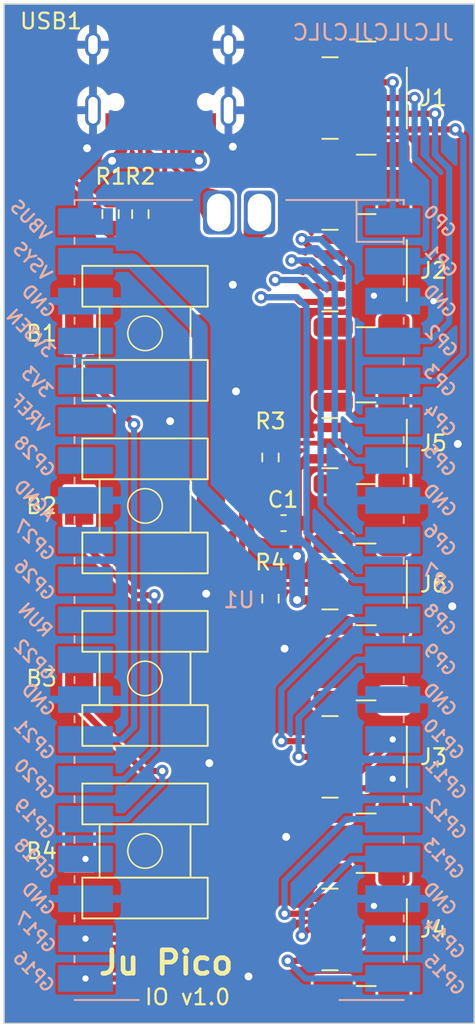
<source format=kicad_pcb>
(kicad_pcb (version 20240108) (generator "pcbnew") (generator_version "8.0")
  (title_block (title "Teeny Controller for IIDX"))
  (layers (0 "F.Cu" signal) (31 "B.Cu" signal) (34 "B.Paste" user) (35 "F.Paste" user) (36 "B.SilkS" user "B.Silkscreen") (37 "F.SilkS" user "F.Silkscreen") (38 "B.Mask" user) (39 "F.Mask" user) (44 "Edge.Cuts" user))
  (net 0 "")
  (net 1 "GND")
  (net 2 "+5V")
  (net 3 "Net-(J1-Pin_1)")
  (net 4 "Net-(J1-Pin_3)")
  (net 5 "Net-(USB1-CC1)")
  (net 6 "Net-(USB1-CC2)")
  (net 7 "Net-(J1-Pin_4)")
  (net 8 "Net-(J1-Pin_2)")
  (net 9 "Net-(J2-Pin_2)")
  (net 10 "Net-(J2-Pin_1)")
  (net 11 "Net-(J2-Pin_3)")
  (net 12 "Net-(J2-Pin_4)")
  (net 13 "Net-(J3-Pin_2)")
  (net 14 "Net-(J3-Pin_4)")
  (net 15 "Net-(J3-Pin_3)")
  (net 16 "Net-(J3-Pin_1)")
  (net 17 "Net-(J4-Pin_2)")
  (net 18 "Net-(J4-Pin_3)")
  (net 19 "Net-(J4-Pin_1)")
  (net 20 "Net-(J4-Pin_4)")
  (net 21 "Net-(J6-Pin_2)")
  (net 31 "Net-(B1-A)")
  (net 32 "VBUS")
  (net 33 "Net-(B2-A)")
  (net 34 "Net-(B3-A)")
  (net 35 "Net-(B4-A)")
  (net 36 "Net-(J5-Pin_2)")
  (net 37 "Net-(U1-GPIO17)")
  (net 38 "Net-(U1-GPIO16)")
  (net 40 "Net-(U1-USB1)")
  (net 41 "Net-(U1-USB2)")
  (footprint "Capacitor_SMD:C_0603_1608Metric_Pad1.08x0.95mm_HandSolder" (layer "F.Cu") (at 142.9075 100.78 180)
    (property "Reference" "C1" (at 0.0375 1.5 360) (layer "F.SilkS"))
    (property "Value" "0.1uF")
    (fp_line (start -0.146267 0.51) (end 0.146267 0.51) (stroke (width 0.12)) (layer "F.SilkS"))
    (fp_line (start -0.146267 -0.51) (end 0.146267 -0.51) (stroke (width 0.12)) (layer "F.SilkS"))
    (pad "1" smd roundrect (at -0.8625 0 180) (size 1.075 0.95) (layers "F.Cu" "F.Paste" "F.Mask") (net 2 "+5V"))
    (pad "2" smd roundrect (at 0.8625 0 180) (size 1.075 0.95) (layers "F.Cu" "F.Paste" "F.Mask") (net 1 "GND"))
  )
  (footprint "ju_io:SH1.0_3P" (layer "F.Cu") (at 148.07 95.68 90)
    (property "Reference" "J5" (at 0 4.4 180) (layer "F.SilkS"))
    (property "Value" "Conn_01x03")
    (fp_line (start 1.6 -1.705) (end 1.6 -2.695) (stroke (width 0.12)) (layer "F.SilkS"))
    (fp_line (start -1.6 -1.705) (end -1.6 -2.695) (stroke (width 0.12)) (layer "F.SilkS"))
    (fp_line (start 2.6 0.7075) (end 2.6 -0.5075) (stroke (width 0.12)) (layer "F.SilkS"))
    (fp_line (start -2.61 0.715) (end -2.61 -0.5) (stroke (width 0.12)) (layer "F.SilkS"))
    (fp_line (start -1.5 2.7) (end 1.5 2.7) (stroke (width 0.12)) (layer "F.SilkS"))
    (pad "1" smd roundrect (at -1 -2 90) (size 0.6 1.55) (layers "F.Cu" "F.Paste" "F.Mask") (net 2 "+5V"))
    (pad "2" smd roundrect (at 0 -2 90) (size 0.6 1.55) (layers "F.Cu" "F.Paste" "F.Mask") (net 36 "Net-(J5-Pin_2)"))
    (pad "3" smd roundrect (at 1 -2 90) (size 0.6 1.55) (layers "F.Cu" "F.Paste" "F.Mask") (net 1 "GND"))
    (pad "MP" smd roundrect (at -2.61 -2 90) (size 1.2 2.5) (layers "F.Cu" "F.Paste" "F.Mask"))
    (pad "MP" smd roundrect (at -2.6 1.875 90) (size 1.6 2) (layers "F.Cu" "F.Paste" "F.Mask") (roundrect_rratio 0.208333))
    (pad "MP" smd roundrect (at 2.6 1.875 90) (size 1.6 2) (layers "F.Cu" "F.Paste" "F.Mask") (roundrect_rratio 0.208333))
    (pad "MP" smd roundrect (at 2.61 -2 90) (size 1.2 2.5) (layers "F.Cu" "F.Paste" "F.Mask"))
  )
  (footprint "Resistor_SMD:R_0603_1608Metric_Pad0.98x0.95mm_HandSolder" (layer "F.Cu") (at 131.87 81.08 -90)
    (property "Reference" "R1" (at -2.4 0 180) (layer "F.SilkS"))
    (property "Value" "5K1")
    (fp_line (start -0.254724 0.5225) (end 0.254724 0.5225) (stroke (width 0.12)) (layer "F.SilkS"))
    (fp_line (start -0.254724 -0.5225) (end 0.254724 -0.5225) (stroke (width 0.12)) (layer "F.SilkS"))
    (pad "1" smd roundrect (at -0.9125 0 270) (size 0.975 0.95) (layers "F.Cu" "F.Paste" "F.Mask") (net 5 "Net-(USB1-CC1)"))
    (pad "2" smd roundrect (at 0.9125 0 270) (size 0.975 0.95) (layers "F.Cu" "F.Paste" "F.Mask") (net 1 "GND"))
  )
  (footprint "Resistor_SMD:R_0603_1608Metric_Pad0.98x0.95mm_HandSolder" (layer "F.Cu") (at 133.77 81.08 -90)
    (property "Reference" "R2" (at -2.4 0 180) (layer "F.SilkS"))
    (property "Value" "5K1")
    (fp_line (start -0.254724 0.5225) (end 0.254724 0.5225) (stroke (width 0.12)) (layer "F.SilkS"))
    (fp_line (start -0.254724 -0.5225) (end 0.254724 -0.5225) (stroke (width 0.12)) (layer "F.SilkS"))
    (pad "1" smd roundrect (at -0.9125 0 270) (size 0.975 0.95) (layers "F.Cu" "F.Paste" "F.Mask") (net 6 "Net-(USB1-CC2)"))
    (pad "2" smd roundrect (at 0.9125 0 270) (size 0.975 0.95) (layers "F.Cu" "F.Paste" "F.Mask") (net 1 "GND"))
  )
  (footprint "ju_io:SH1.0_3P" (layer "F.Cu") (at 148.07 104.68 90)
    (property "Reference" "J6" (at 0 4.4 180) (layer "F.SilkS"))
    (property "Value" "Conn_01x03")
    (fp_line (start 1.6 -1.705) (end 1.6 -2.695) (stroke (width 0.12)) (layer "F.SilkS"))
    (fp_line (start -1.6 -1.705) (end -1.6 -2.695) (stroke (width 0.12)) (layer "F.SilkS"))
    (fp_line (start 2.6 0.7075) (end 2.6 -0.5075) (stroke (width 0.12)) (layer "F.SilkS"))
    (fp_line (start -2.61 0.715) (end -2.61 -0.5) (stroke (width 0.12)) (layer "F.SilkS"))
    (fp_line (start -1.5 2.7) (end 1.5 2.7) (stroke (width 0.12)) (layer "F.SilkS"))
    (pad "1" smd roundrect (at -1 -2 90) (size 0.6 1.55) (layers "F.Cu" "F.Paste" "F.Mask") (net 2 "+5V"))
    (pad "2" smd roundrect (at 0 -2 90) (size 0.6 1.55) (layers "F.Cu" "F.Paste" "F.Mask") (net 21 "Net-(J6-Pin_2)"))
    (pad "3" smd roundrect (at 1 -2 90) (size 0.6 1.55) (layers "F.Cu" "F.Paste" "F.Mask") (net 1 "GND"))
    (pad "MP" smd roundrect (at -2.61 -2 90) (size 1.2 2.5) (layers "F.Cu" "F.Paste" "F.Mask"))
    (pad "MP" smd roundrect (at -2.6 1.875 90) (size 1.6 2) (layers "F.Cu" "F.Paste" "F.Mask") (roundrect_rratio 0.208333))
    (pad "MP" smd roundrect (at 2.6 1.875 90) (size 1.6 2) (layers "F.Cu" "F.Paste" "F.Mask") (roundrect_rratio 0.208333))
    (pad "MP" smd roundrect (at 2.61 -2 90) (size 1.2 2.5) (layers "F.Cu" "F.Paste" "F.Mask"))
  )
  (footprint "ju_io:SH1.0_5P" (layer "F.Cu") (at 148.07 115.68 90)
    (property "Reference" "J3" (at 0 4.4 180) (layer "F.SilkS"))
    (property "Value" "Conn_01x05")
    (fp_line (start 2.6 -1.705) (end 2.6 -2.695) (stroke (width 0.12)) (layer "F.SilkS"))
    (fp_line (start -2.6 -1.705) (end -2.6 -2.695) (stroke (width 0.12)) (layer "F.SilkS"))
    (fp_line (start 3.6 0.7075) (end 3.6 -0.5075) (stroke (width 0.12)) (layer "F.SilkS"))
    (fp_line (start -3.61 0.715) (end -3.61 -0.5) (stroke (width 0.12)) (layer "F.SilkS"))
    (fp_line (start -1.94 2.7) (end 1.94 2.7) (stroke (width 0.12)) (layer "F.SilkS"))
    (pad "1" smd roundrect (at -2 -2 90) (size 0.6 1.55) (layers "F.Cu" "F.Paste" "F.Mask") (net 16 "Net-(J3-Pin_1)"))
    (pad "2" smd roundrect (at -1 -2 90) (size 0.6 1.55) (layers "F.Cu" "F.Paste" "F.Mask") (net 13 "Net-(J3-Pin_2)"))
    (pad "3" smd roundrect (at 0 -2 90) (size 0.6 1.55) (layers "F.Cu" "F.Paste" "F.Mask") (net 15 "Net-(J3-Pin_3)"))
    (pad "4" smd roundrect (at 1 -2 90) (size 0.6 1.55) (layers "F.Cu" "F.Paste" "F.Mask") (net 14 "Net-(J3-Pin_4)"))
    (pad "5" smd roundrect (at 2 -2 90) (size 0.6 1.55) (layers "F.Cu" "F.Paste" "F.Mask") (net 1 "GND"))
    (pad "MP" smd roundrect (at -3.61 -2 90) (size 1.2 2.5) (layers "F.Cu" "F.Paste" "F.Mask"))
    (pad "MP" smd roundrect (at -3.6 1.875 90) (size 1.6 2) (layers "F.Cu" "F.Paste" "F.Mask") (roundrect_rratio 0.208333))
    (pad "MP" smd roundrect (at 3.6 1.875 90) (size 1.6 2) (layers "F.Cu" "F.Paste" "F.Mask") (roundrect_rratio 0.208333))
    (pad "MP" smd roundrect (at 3.61 -2 90) (size 1.2 2.5) (layers "F.Cu" "F.Paste" "F.Mask"))
  )
  (footprint "ju_io:SKSTAAE010" (layer "F.Cu") (at 134.07 110.68)
    (property "Reference" "B3" (at -6.6 0 0) (layer "F.SilkS"))
    (property "Value" "SW_SPST")
    (fp_rect (start -4 -4.3) (end 4 -1.7) (stroke (width 0.12)) (fill none) (layer "F.SilkS"))
    (fp_rect (start -4 1.7) (end 4 4.3) (stroke (width 0.12)) (fill none) (layer "F.SilkS"))
    (fp_rect (start -2.9 -1.7) (end 2.9 1.7) (stroke (width 0.12)) (fill none) (layer "F.SilkS"))
    (fp_circle (center 0 0) (end 1.1 0) (stroke (width 0.1)) (fill none) (layer "F.SilkS"))
    (pad "1" smd rect (at -4.2 0 180) (size 1.8 2.4) (layers "F.Cu" "F.Paste" "F.Mask") (net 34 "Net-(B3-A)"))
    (pad "2" smd rect (at 4.2 0 180) (size 1.8 2.4) (layers "F.Cu" "F.Paste" "F.Mask") (net 1 "GND"))
  )
  (footprint "ju_io:SKSTAAE010" (layer "F.Cu") (at 134.07 88.68)
    (property "Reference" "B1" (at -6.6 0 0) (layer "F.SilkS"))
    (property "Value" "SW_SPST")
    (fp_rect (start -4 -4.3) (end 4 -1.7) (stroke (width 0.12)) (fill none) (layer "F.SilkS"))
    (fp_rect (start -4 1.7) (end 4 4.3) (stroke (width 0.12)) (fill none) (layer "F.SilkS"))
    (fp_rect (start -2.9 -1.7) (end 2.9 1.7) (stroke (width 0.12)) (fill none) (layer "F.SilkS"))
    (fp_circle (center 0 0) (end 1.1 0) (stroke (width 0.1)) (fill none) (layer "F.SilkS"))
    (pad "1" smd rect (at -4.2 0 180) (size 1.8 2.4) (layers "F.Cu" "F.Paste" "F.Mask") (net 31 "Net-(B1-A)"))
    (pad "2" smd rect (at 4.2 0 180) (size 1.8 2.4) (layers "F.Cu" "F.Paste" "F.Mask") (net 1 "GND"))
  )
  (footprint "Resistor_SMD:R_0603_1608Metric_Pad0.98x0.95mm_HandSolder" (layer "F.Cu") (at 142.07 105.5925 90)
    (property "Reference" "R4" (at 2.3125 0 180) (layer "F.SilkS"))
    (property "Value" "10")
    (fp_line (start -0.254724 -0.5225) (end 0.254724 -0.5225) (stroke (width 0.12)) (layer "F.SilkS"))
    (fp_line (start -0.254724 0.5225) (end 0.254724 0.5225) (stroke (width 0.12)) (layer "F.SilkS"))
    (pad "1" smd roundrect (at -0.9125 0 90) (size 0.975 0.95) (layers "F.Cu" "F.Paste" "F.Mask") (net 38 "Net-(U1-GPIO16)"))
    (pad "2" smd roundrect (at 0.9125 0 90) (size 0.975 0.95) (layers "F.Cu" "F.Paste" "F.Mask") (net 21 "Net-(J6-Pin_2)"))
  )
  (footprint "ju_io:SH1.0_5P" (layer "F.Cu") (at 148.07 84.68 90)
    (property "Reference" "J2" (at 0 4.4 180) (layer "F.SilkS"))
    (property "Value" "Conn_01x05")
    (fp_line (start 2.6 -1.705) (end 2.6 -2.695) (stroke (width 0.12)) (layer "F.SilkS"))
    (fp_line (start -2.6 -1.705) (end -2.6 -2.695) (stroke (width 0.12)) (layer "F.SilkS"))
    (fp_line (start 3.6 0.7075) (end 3.6 -0.5075) (stroke (width 0.12)) (layer "F.SilkS"))
    (fp_line (start -3.61 0.715) (end -3.61 -0.5) (stroke (width 0.12)) (layer "F.SilkS"))
    (fp_line (start -1.94 2.7) (end 1.94 2.7) (stroke (width 0.12)) (layer "F.SilkS"))
    (pad "1" smd roundrect (at -2 -2 90) (size 0.6 1.55) (layers "F.Cu" "F.Paste" "F.Mask") (net 10 "Net-(J2-Pin_1)"))
    (pad "2" smd roundrect (at -1 -2 90) (size 0.6 1.55) (layers "F.Cu" "F.Paste" "F.Mask") (net 9 "Net-(J2-Pin_2)"))
    (pad "3" smd roundrect (at 0 -2 90) (size 0.6 1.55) (layers "F.Cu" "F.Paste" "F.Mask") (net 11 "Net-(J2-Pin_3)"))
    (pad "4" smd roundrect (at 1 -2 90) (size 0.6 1.55) (layers "F.Cu" "F.Paste" "F.Mask") (net 12 "Net-(J2-Pin_4)"))
    (pad "5" smd roundrect (at 2 -2 90) (size 0.6 1.55) (layers "F.Cu" "F.Paste" "F.Mask") (net 1 "GND"))
    (pad "MP" smd roundrect (at -3.61 -2 90) (size 1.2 2.5) (layers "F.Cu" "F.Paste" "F.Mask"))
    (pad "MP" smd roundrect (at -3.6 1.875 90) (size 1.6 2) (layers "F.Cu" "F.Paste" "F.Mask") (roundrect_rratio 0.208333))
    (pad "MP" smd roundrect (at 3.6 1.875 90) (size 1.6 2) (layers "F.Cu" "F.Paste" "F.Mask") (roundrect_rratio 0.208333))
    (pad "MP" smd roundrect (at 3.61 -2 90) (size 1.2 2.5) (layers "F.Cu" "F.Paste" "F.Mask"))
  )
  (footprint "ju_io:SH1.0_5P" (layer "F.Cu") (at 148.07 126.68 90)
    (property "Reference" "J4" (at 0 4.4 180) (layer "F.SilkS"))
    (property "Value" "Conn_01x05")
    (fp_line (start 2.6 -1.705) (end 2.6 -2.695) (stroke (width 0.12)) (layer "F.SilkS"))
    (fp_line (start -2.6 -1.705) (end -2.6 -2.695) (stroke (width 0.12)) (layer "F.SilkS"))
    (fp_line (start 3.6 0.7075) (end 3.6 -0.5075) (stroke (width 0.12)) (layer "F.SilkS"))
    (fp_line (start -3.61 0.715) (end -3.61 -0.5) (stroke (width 0.12)) (layer "F.SilkS"))
    (fp_line (start -1.94 2.7) (end 1.94 2.7) (stroke (width 0.12)) (layer "F.SilkS"))
    (pad "1" smd roundrect (at -2 -2 90) (size 0.6 1.55) (layers "F.Cu" "F.Paste" "F.Mask") (net 19 "Net-(J4-Pin_1)"))
    (pad "2" smd roundrect (at -1 -2 90) (size 0.6 1.55) (layers "F.Cu" "F.Paste" "F.Mask") (net 17 "Net-(J4-Pin_2)"))
    (pad "3" smd roundrect (at 0 -2 90) (size 0.6 1.55) (layers "F.Cu" "F.Paste" "F.Mask") (net 18 "Net-(J4-Pin_3)"))
    (pad "4" smd roundrect (at 1 -2 90) (size 0.6 1.55) (layers "F.Cu" "F.Paste" "F.Mask") (net 20 "Net-(J4-Pin_4)"))
    (pad "5" smd roundrect (at 2 -2 90) (size 0.6 1.55) (layers "F.Cu" "F.Paste" "F.Mask") (net 1 "GND"))
    (pad "MP" smd roundrect (at -3.61 -2 90) (size 1.2 2.5) (layers "F.Cu" "F.Paste" "F.Mask"))
    (pad "MP" smd roundrect (at -3.6 1.875 90) (size 1.6 2) (layers "F.Cu" "F.Paste" "F.Mask") (roundrect_rratio 0.208333))
    (pad "MP" smd roundrect (at 3.6 1.875 90) (size 1.6 2) (layers "F.Cu" "F.Paste" "F.Mask") (roundrect_rratio 0.208333))
    (pad "MP" smd roundrect (at 3.61 -2 90) (size 1.2 2.5) (layers "F.Cu" "F.Paste" "F.Mask"))
  )
  (footprint "ju_io:SKSTAAE010" (layer "F.Cu") (at 134.07 99.68)
    (property "Reference" "B2" (at -6.6 0 0) (layer "F.SilkS"))
    (property "Value" "SW_SPST")
    (fp_rect (start -4 -4.3) (end 4 -1.7) (stroke (width 0.12)) (fill none) (layer "F.SilkS"))
    (fp_rect (start -4 1.7) (end 4 4.3) (stroke (width 0.12)) (fill none) (layer "F.SilkS"))
    (fp_rect (start -2.9 -1.7) (end 2.9 1.7) (stroke (width 0.12)) (fill none) (layer "F.SilkS"))
    (fp_circle (center 0 0) (end 1.1 0) (stroke (width 0.1)) (fill none) (layer "F.SilkS"))
    (pad "1" smd rect (at -4.2 0 180) (size 1.8 2.4) (layers "F.Cu" "F.Paste" "F.Mask") (net 33 "Net-(B2-A)"))
    (pad "2" smd rect (at 4.2 0 180) (size 1.8 2.4) (layers "F.Cu" "F.Paste" "F.Mask") (net 1 "GND"))
  )
  (footprint "ju_io:SKSTAAE010" (layer "F.Cu") (at 134.07 121.68)
    (property "Reference" "B4" (at -6.6 0 0) (layer "F.SilkS"))
    (property "Value" "SW_SPST")
    (fp_rect (start -4 -4.3) (end 4 -1.7) (stroke (width 0.12)) (fill none) (layer "F.SilkS"))
    (fp_rect (start -4 1.7) (end 4 4.3) (stroke (width 0.12)) (fill none) (layer "F.SilkS"))
    (fp_rect (start -2.9 -1.7) (end 2.9 1.7) (stroke (width 0.12)) (fill none) (layer "F.SilkS"))
    (fp_circle (center 0 0) (end 1.1 0) (stroke (width 0.1)) (fill none) (layer "F.SilkS"))
    (pad "1" smd rect (at -4.2 0 180) (size 1.8 2.4) (layers "F.Cu" "F.Paste" "F.Mask") (net 35 "Net-(B4-A)"))
    (pad "2" smd rect (at 4.2 0 180) (size 1.8 2.4) (layers "F.Cu" "F.Paste" "F.Mask") (net 1 "GND"))
  )
  (footprint "Type-C:HRO-TYPE-C-31-M-12-Assembly" (layer "F.Cu") (at 135.07 67.68 180)
    (property "Reference" "USB1" (at 7 -1.1 360) (layer "F.SilkS"))
    (property "Value" "U262-161N-4BVC11" (hide yes))
    (pad "" np_thru_hole circle (at -2.89 -6.25 180) (size 0.65 0.65) (drill 0.65) (layers "*.Cu" "*.Mask"))
    (pad "" np_thru_hole circle (at 2.89 -6.25 180) (size 0.65 0.65) (drill 0.65) (layers "*.Cu" "*.Mask"))
    (pad "1" smd rect (at -3.225 -7.695 180) (size 0.6 1.45) (layers "F.Cu" "F.Paste" "F.Mask") (net 1 "GND"))
    (pad "2" smd rect (at -2.45 -7.695 180) (size 0.6 1.45) (layers "F.Cu" "F.Paste" "F.Mask") (net 32 "VBUS"))
    (pad "3" smd rect (at -1.75 -7.695 180) (size 0.3 1.45) (layers "F.Cu" "F.Paste" "F.Mask"))
    (pad "4" smd rect (at -1.25 -7.695 180) (size 0.3 1.45) (layers "F.Cu" "F.Paste" "F.Mask") (net 5 "Net-(USB1-CC1)"))
    (pad "5" smd rect (at -0.75 -7.695 180) (size 0.3 1.45) (layers "F.Cu" "F.Paste" "F.Mask") (net 40 "Net-(U1-USB1)"))
    (pad "6" smd rect (at -0.25 -7.695 180) (size 0.3 1.45) (layers "F.Cu" "F.Paste" "F.Mask") (net 41 "Net-(U1-USB2)"))
    (pad "7" smd rect (at 0.25 -7.695 180) (size 0.3 1.45) (layers "F.Cu" "F.Paste" "F.Mask") (net 40 "Net-(U1-USB1)"))
    (pad "8" smd rect (at 0.75 -7.695 180) (size 0.3 1.45) (layers "F.Cu" "F.Paste" "F.Mask") (net 41 "Net-(U1-USB2)"))
    (pad "9" smd rect (at 1.25 -7.695 180) (size 0.3 1.45) (layers "F.Cu" "F.Paste" "F.Mask"))
    (pad "10" smd rect (at 1.75 -7.695 180) (size 0.3 1.45) (layers "F.Cu" "F.Paste" "F.Mask") (net 6 "Net-(USB1-CC2)"))
    (pad "11" smd rect (at 2.45 -7.695 180) (size 0.6 1.45) (layers "F.Cu" "F.Paste" "F.Mask") (net 32 "VBUS"))
    (pad "12" smd rect (at 3.225 -7.695 180) (size 0.6 1.45) (layers "F.Cu" "F.Paste" "F.Mask") (net 1 "GND"))
    (pad "13" thru_hole oval (at -4.32 -6.78 180) (size 1 2.1) (drill oval 0.6 1.7) (layers "*.Cu" "*.Mask") (net 1 "GND"))
    (pad "13" thru_hole oval (at -4.32 -2.6 180) (size 1 1.6) (drill oval 0.6 1.2) (layers "*.Cu" "*.Mask") (net 1 "GND"))
    (pad "13" thru_hole oval (at 4.32 -6.78 180) (size 1 2.1) (drill oval 0.6 1.7) (layers "*.Cu" "*.Mask") (net 1 "GND"))
    (pad "13" thru_hole oval (at 4.32 -2.6 180) (size 1 1.6) (drill oval 0.6 1.2) (layers "*.Cu" "*.Mask") (net 1 "GND"))
  )
  (footprint "ju_io:SH1.0_5P" (layer "F.Cu") (at 148.07 73.68 90)
    (property "Reference" "J1" (at 0 4.4 180) (layer "F.SilkS"))
    (property "Value" "Conn_01x05")
    (fp_line (start 2.6 -1.705) (end 2.6 -2.695) (stroke (width 0.12)) (layer "F.SilkS"))
    (fp_line (start -2.6 -1.705) (end -2.6 -2.695) (stroke (width 0.12)) (layer "F.SilkS"))
    (fp_line (start 3.6 0.7075) (end 3.6 -0.5075) (stroke (width 0.12)) (layer "F.SilkS"))
    (fp_line (start -3.61 0.715) (end -3.61 -0.5) (stroke (width 0.12)) (layer "F.SilkS"))
    (fp_line (start -1.94 2.7) (end 1.94 2.7) (stroke (width 0.12)) (layer "F.SilkS"))
    (pad "1" smd roundrect (at -2 -2 90) (size 0.6 1.55) (layers "F.Cu" "F.Paste" "F.Mask") (net 3 "Net-(J1-Pin_1)"))
    (pad "2" smd roundrect (at -1 -2 90) (size 0.6 1.55) (layers "F.Cu" "F.Paste" "F.Mask") (net 8 "Net-(J1-Pin_2)"))
    (pad "3" smd roundrect (at 0 -2 90) (size 0.6 1.55) (layers "F.Cu" "F.Paste" "F.Mask") (net 4 "Net-(J1-Pin_3)"))
    (pad "4" smd roundrect (at 1 -2 90) (size 0.6 1.55) (layers "F.Cu" "F.Paste" "F.Mask") (net 7 "Net-(J1-Pin_4)"))
    (pad "5" smd roundrect (at 2 -2 90) (size 0.6 1.55) (layers "F.Cu" "F.Paste" "F.Mask") (net 1 "GND"))
    (pad "MP" smd roundrect (at -3.61 -2 90) (size 1.2 2.5) (layers "F.Cu" "F.Paste" "F.Mask"))
    (pad "MP" smd roundrect (at -3.6 1.875 90) (size 1.6 2) (layers "F.Cu" "F.Paste" "F.Mask") (roundrect_rratio 0.208333))
    (pad "MP" smd roundrect (at 3.6 1.875 90) (size 1.6 2) (layers "F.Cu" "F.Paste" "F.Mask") (roundrect_rratio 0.208333))
    (pad "MP" smd roundrect (at 3.61 -2 90) (size 1.2 2.5) (layers "F.Cu" "F.Paste" "F.Mask"))
  )
  (footprint "Resistor_SMD:R_0603_1608Metric_Pad0.98x0.95mm_HandSolder" (layer "F.Cu") (at 142.07 96.5925 90)
    (property "Reference" "R3" (at 2.3125 0 180) (layer "F.SilkS"))
    (property "Value" "10")
    (fp_line (start -0.254724 -0.5225) (end 0.254724 -0.5225) (stroke (width 0.12)) (layer "F.SilkS"))
    (fp_line (start -0.254724 0.5225) (end 0.254724 0.5225) (stroke (width 0.12)) (layer "F.SilkS"))
    (pad "1" smd roundrect (at -0.9125 0 90) (size 0.975 0.95) (layers "F.Cu" "F.Paste" "F.Mask") (net 37 "Net-(U1-GPIO17)"))
    (pad "2" smd roundrect (at 0.9125 0 90) (size 0.975 0.95) (layers "F.Cu" "F.Paste" "F.Mask") (net 36 "Net-(J5-Pin_2)"))
  )
  (footprint "ju_io:RPi_Pico_SMD_Pins_No_SWD" (layer "B.Cu") (at 140.07 105.68 180)
    (property "Reference" "U1" (at 0 0 0) (layer "B.SilkS") (effects (justify mirror)))
    (property "Value" "PiPico_No_SWD")
    (fp_line (start 10.5 25.2) (end 10.5 25.5) (stroke (width 0.12)) (layer "B.SilkS"))
    (fp_line (start 10.5 22.7) (end 10.5 23.1) (stroke (width 0.12)) (layer "B.SilkS"))
    (fp_line (start 10.5 20.1) (end 10.5 20.5) (stroke (width 0.12)) (layer "B.SilkS"))
    (fp_line (start 10.5 17.6) (end 10.5 18) (stroke (width 0.12)) (layer "B.SilkS"))
    (fp_line (start 10.5 15) (end 10.5 15.4) (stroke (width 0.12)) (layer "B.SilkS"))
    (fp_line (start 10.5 12.5) (end 10.5 12.9) (stroke (width 0.12)) (layer "B.SilkS"))
    (fp_line (start 10.5 10) (end 10.5 10.4) (stroke (width 0.12)) (layer "B.SilkS"))
    (fp_line (start 10.5 7.4) (end 10.5 7.8) (stroke (width 0.12)) (layer "B.SilkS"))
    (fp_line (start 10.5 4.9) (end 10.5 5.3) (stroke (width 0.12)) (layer "B.SilkS"))
    (fp_line (start 10.5 2.3) (end 10.5 2.7) (stroke (width 0.12)) (layer "B.SilkS"))
    (fp_line (start 10.5 -0.2) (end 10.5 0.2) (stroke (width 0.12)) (layer "B.SilkS"))
    (fp_line (start 10.5 -2.7) (end 10.5 -2.3) (stroke (width 0.12)) (layer "B.SilkS"))
    (fp_line (start 10.5 -5.3) (end 10.5 -4.9) (stroke (width 0.12)) (layer "B.SilkS"))
    (fp_line (start 10.5 -7.8) (end 10.5 -7.4) (stroke (width 0.12)) (layer "B.SilkS"))
    (fp_line (start 10.5 -10.4) (end 10.5 -10) (stroke (width 0.12)) (layer "B.SilkS"))
    (fp_line (start 10.5 -12.9) (end 10.5 -12.5) (stroke (width 0.12)) (layer "B.SilkS"))
    (fp_line (start 10.5 -15.5) (end 10.5 -15.1) (stroke (width 0.12)) (layer "B.SilkS"))
    (fp_line (start 10.5 -18) (end 10.5 -17.6) (stroke (width 0.12)) (layer "B.SilkS"))
    (fp_line (start 10.5 -20.5) (end 10.5 -20.1) (stroke (width 0.12)) (layer "B.SilkS"))
    (fp_line (start 10.5 -23.1) (end 10.5 -22.7) (stroke (width 0.12)) (layer "B.SilkS"))
    (fp_line (start 6.4 -25.5) (end 10.5 -25.5) (stroke (width 0.12)) (layer "B.SilkS"))
    (fp_line (start 3 25.5) (end 10.47 25.5) (stroke (width 0.12)) (layer "B.SilkS"))
    (fp_line (start -7.493 25.5) (end -7.493 22.833) (stroke (width 0.12)) (layer "B.SilkS"))
    (fp_line (start -7.493 22.833) (end -10.5 22.833) (stroke (width 0.12)) (layer "B.SilkS"))
    (fp_line (start -10.5 25.2) (end -10.5 25.5) (stroke (width 0.12)) (layer "B.SilkS"))
    (fp_line (start -10.5 22.7) (end -10.5 23.1) (stroke (width 0.12)) (layer "B.SilkS"))
    (fp_line (start -10.5 20.1) (end -10.5 20.5) (stroke (width 0.12)) (layer "B.SilkS"))
    (fp_line (start -10.5 17.6) (end -10.5 18) (stroke (width 0.12)) (layer "B.SilkS"))
    (fp_line (start -10.5 15) (end -10.5 15.4) (stroke (width 0.12)) (layer "B.SilkS"))
    (fp_line (start -10.5 12.5) (end -10.5 12.9) (stroke (width 0.12)) (layer "B.SilkS"))
    (fp_line (start -10.5 10) (end -10.5 10.4) (stroke (width 0.12)) (layer "B.SilkS"))
    (fp_line (start -10.5 7.4) (end -10.5 7.8) (stroke (width 0.12)) (layer "B.SilkS"))
    (fp_line (start -10.5 4.9) (end -10.5 5.3) (stroke (width 0.12)) (layer "B.SilkS"))
    (fp_line (start -10.5 2.3) (end -10.5 2.7) (stroke (width 0.12)) (layer "B.SilkS"))
    (fp_line (start -10.5 -0.2) (end -10.5 0.2) (stroke (width 0.12)) (layer "B.SilkS"))
    (fp_line (start -10.5 -2.7) (end -10.5 -2.3) (stroke (width 0.12)) (layer "B.SilkS"))
    (fp_line (start -10.5 -5.3) (end -10.5 -4.9) (stroke (width 0.12)) (layer "B.SilkS"))
    (fp_line (start -10.5 -7.8) (end -10.5 -7.4) (stroke (width 0.12)) (layer "B.SilkS"))
    (fp_line (start -10.5 -10.4) (end -10.5 -10) (stroke (width 0.12)) (layer "B.SilkS"))
    (fp_line (start -10.5 -12.9) (end -10.5 -12.5) (stroke (width 0.12)) (layer "B.SilkS"))
    (fp_line (start -10.5 -15.5) (end -10.5 -15.1) (stroke (width 0.12)) (layer "B.SilkS"))
    (fp_line (start -10.5 -18) (end -10.5 -17.6) (stroke (width 0.12)) (layer "B.SilkS"))
    (fp_line (start -10.5 -20.5) (end -10.5 -20.1) (stroke (width 0.12)) (layer "B.SilkS"))
    (fp_line (start -10.5 -23.1) (end -10.5 -22.7) (stroke (width 0.12)) (layer "B.SilkS"))
    (fp_line (start -10.5 -25.5) (end -6.4 -25.5) (stroke (width 0.12)) (layer "B.SilkS"))
    (fp_line (start -10.53 25.5) (end -3 25.5) (stroke (width 0.12)) (layer "B.SilkS"))
    (fp_text user "GP7" (at -12.7 1.3 135) (layer "B.SilkS") (effects (font (size 0.8 0.8)) (justify mirror)))
    (fp_text user "VBUS" (at 13.3 24.2 135) (layer "B.SilkS") (effects (font (size 0.8 0.8)) (justify mirror)))
    (fp_text user "GP1" (at -12.9 21.6 135) (layer "B.SilkS") (effects (font (size 0.8 0.8)) (justify mirror)))
    (fp_text user "GP9" (at -12.8 -3.81 135) (layer "B.SilkS") (effects (font (size 0.8 0.8)) (justify mirror)))
    (fp_text user "GP14" (at -13.1 -21.59 135) (layer "B.SilkS") (effects (font (size 0.8 0.8)) (justify mirror)))
    (fp_text user "GP3" (at -12.8 13.97 135) (layer "B.SilkS") (effects (font (size 0.8 0.8)) (justify mirror)))
    (fp_text user "GND" (at -12.8 6.35 135) (layer "B.SilkS") (effects (font (size 0.8 0.8)) (justify mirror)))
    (fp_text user "GP2" (at -12.9 16.51 135) (layer "B.SilkS") (effects (font (size 0.8 0.8)) (justify mirror)))
    (fp_text user "VREF" (at 13.37492 11.889279 135) (layer "B.SilkS") (effects (font (size 0.8 0.8)) (justify mirror)))
    (fp_text user "GP0" (at -12.8 24.13 135) (layer "B.SilkS") (effects (font (size 0.8 0.8)) (justify mirror)))
    (fp_text user "GND" (at 12.8 -19.05 135) (layer "B.SilkS") (effects (font (size 0.8 0.8)) (justify mirror)))
    (fp_text user "GP4" (at -12.8 11.43 135) (layer "B.SilkS") (effects (font (size 0.8 0.8)) (justify mirror)))
    (fp_text user "GND" (at 12.8 19.05 135) (layer "B.SilkS") (effects (font (size 0.8 0.8)) (justify mirror)))
    (fp_text user "GP16" (at 13.1 -23.7 135) (layer "B.SilkS") (effects (font (size 0.8 0.8)) (justify mirror)))
    (fp_text user "VSYS" (at 13.2 21.59 135) (layer "B.SilkS") (effects (font (size 0.8 0.8)) (justify mirror)))
    (fp_text user "GP21" (at 13.054 -8.9 135) (layer "B.SilkS") (effects (font (size 0.8 0.8)) (justify mirror)))
    (fp_text user "AGND" (at 13.054 6.35 135) (layer "B.SilkS") (effects (font (size 0.8 0.8)) (justify mirror)))
    (fp_text user "GP8" (at -12.8 -1.27 135) (layer "B.SilkS") (effects (font (size 0.8 0.8)) (justify mirror)))
    (fp_text user "GP28" (at 13.054 9.144 135) (layer "B.SilkS") (effects (font (size 0.8 0.8)) (justify mirror)))
    (fp_text user "GP27" (at 13.054 3.8 135) (layer "B.SilkS") (effects (font (size 0.8 0.8)) (justify mirror)))
    (fp_text user "GP26" (at 13.054 1.27 135) (layer "B.SilkS") (effects (font (size 0.8 0.8)) (justify mirror)))
    (fp_text user "GND" (at -12.8 -6.35 135) (layer "B.SilkS") (effects (font (size 0.8 0.8)) (justify mirror)))
    (fp_text user "GP6" (at -12.8 3.81 135) (layer "B.SilkS") (effects (font (size 0.8 0.8)) (justify mirror)))
    (fp_text user "GP15" (at -13.1 -23.9 135) (layer "B.SilkS") (effects (font (size 0.8 0.8)) (justify mirror)))
    (fp_text user "GP20" (at 13.054 -11.43 135) (layer "B.SilkS") (effects (font (size 0.8 0.8)) (justify mirror)))
    (fp_text user "GP17" (at 13 -21.2 135) (layer "B.SilkS") (effects (font (size 0.8 0.8)) (justify mirror)))
    (fp_text user "GP12" (at -13.2 -13.97 135) (layer "B.SilkS") (effects (font (size 0.8 0.8)) (justify mirror)))
    (fp_text user "GP11" (at -13.2 -11.43 135) (layer "B.SilkS") (effects (font (size 0.8 0.8)) (justify mirror)))
    (fp_text user "GP22" (at 13.054 -3.81 135) (layer "B.SilkS") (effects (font (size 0.8 0.8)) (justify mirror)))
    (fp_text user "GND" (at -12.8 -19.05 135) (layer "B.SilkS") (effects (font (size 0.8 0.8)) (justify mirror)))
    (fp_text user "GND" (at 12.8 -6.35 135) (layer "B.SilkS") (effects (font (size 0.8 0.8)) (justify mirror)))
    (fp_text user "3V3EN" (at 13.3 17 135) (layer "B.SilkS") (effects (font (size 0.8 0.8)) (justify mirror)))
    (fp_text user "GND" (at -12.8 19.05 135) (layer "B.SilkS") (effects (font (size 0.8 0.8)) (justify mirror)))
    (fp_text user "GP13" (at -13.054 -16.51 135) (layer "B.SilkS") (effects (font (size 0.8 0.8)) (justify mirror)))
    (fp_text user "GP5" (at -12.8 8.89 135) (layer "B.SilkS") (effects (font (size 0.8 0.8)) (justify mirror)))
    (fp_text user "GP10" (at -13.054 -8.89 135) (layer "B.SilkS") (effects (font (size 0.8 0.8)) (justify mirror)))
    (fp_text user "RUN" (at 13 -1.27 135) (layer "B.SilkS") (effects (font (size 0.8 0.8)) (justify mirror)))
    (fp_text user "GP18" (at 13.054 -16.51 135) (layer "B.SilkS") (effects (font (size 0.8 0.8)) (justify mirror)))
    (fp_text user "3V3" (at 12.9 13.9 135) (layer "B.SilkS") (effects (font (size 0.8 0.8)) (justify mirror)))
    (fp_text user "GP19" (at 13.054 -13.97 135) (layer "B.SilkS") (effects (font (size 0.8 0.8)) (justify mirror)))
    (pad "1" smd rect (at -9.8 24.13 180) (size 3.5 1.7) (layers "B.Cu" "B.Mask") (net 7 "Net-(J1-Pin_4)"))
    (pad "2" smd rect (at -9.8 21.59 180) (size 3.5 1.7) (layers "B.Cu" "B.Mask") (net 4 "Net-(J1-Pin_3)"))
    (pad "3" smd rect (at -9.8 19.05 180) (size 3.5 1.7) (layers "B.Cu" "B.Mask") (net 1 "GND"))
    (pad "4" smd rect (at -9.8 16.51 180) (size 3.5 1.7) (layers "B.Cu" "B.Mask") (net 8 "Net-(J1-Pin_2)"))
    (pad "5" smd rect (at -9.8 13.97 180) (size 3.5 1.7) (layers "B.Cu" "B.Mask") (net 3 "Net-(J1-Pin_1)"))
    (pad "6" smd rect (at -9.8 11.43 180) (size 3.5 1.7) (layers "B.Cu" "B.Mask") (net 12 "Net-(J2-Pin_4)"))
    (pad "7" smd rect (at -9.8 8.89 180) (size 3.5 1.7) (layers "B.Cu" "B.Mask") (net 11 "Net-(J2-Pin_3)"))
    (pad "8" smd rect (at -9.8 6.35 180) (size 3.5 1.7) (layers "B.Cu" "B.Mask") (net 1 "GND"))
    (pad "9" smd rect (at -9.8 3.81 180) (size 3.5 1.7) (layers "B.Cu" "B.Mask") (net 9 "Net-(J2-Pin_2)"))
    (pad "10" smd rect (at -9.8 1.27 180) (size 3.5 1.7) (layers "B.Cu" "B.Mask") (net 10 "Net-(J2-Pin_1)"))
    (pad "11" smd rect (at -9.8 -1.27 180) (size 3.5 1.7) (layers "B.Cu" "B.Mask") (net 14 "Net-(J3-Pin_4)"))
    (pad "12" smd rect (at -9.8 -3.81 180) (size 3.5 1.7) (layers "B.Cu" "B.Mask") (net 15 "Net-(J3-Pin_3)"))
    (pad "13" smd rect (at -9.8 -6.35 180) (size 3.5 1.7) (layers "B.Cu" "B.Mask") (net 1 "GND"))
    (pad "14" smd rect (at -9.8 -8.89 180) (size 3.5 1.7) (layers "B.Cu" "B.Mask") (net 13 "Net-(J3-Pin_2)"))
    (pad "15" smd rect (at -9.8 -11.43 180) (size 3.5 1.7) (layers "B.Cu" "B.Mask") (net 16 "Net-(J3-Pin_1)"))
    (pad "16" smd rect (at -9.8 -13.97 180) (size 3.5 1.7) (layers "B.Cu" "B.Mask") (net 20 "Net-(J4-Pin_4)"))
    (pad "17" smd rect (at -9.8 -16.51 180) (size 3.5 1.7) (layers "B.Cu" "B.Mask") (net 18 "Net-(J4-Pin_3)"))
    (pad "18" smd rect (at -9.8 -19.05 180) (size 3.5 1.7) (layers "B.Cu" "B.Mask") (net 1 "GND"))
    (pad "19" smd rect (at -9.8 -21.59 180) (size 3.5 1.7) (layers "B.Cu" "B.Mask") (net 17 "Net-(J4-Pin_2)"))
    (pad "20" smd rect (at -9.8 -24.13 180) (size 3.5 1.7) (layers "B.Cu" "B.Mask") (net 19 "Net-(J4-Pin_1)"))
    (pad "21" smd rect (at 9.8 -24.13 180) (size 3.5 1.7) (layers "B.Cu" "B.Mask") (net 38 "Net-(U1-GPIO16)"))
    (pad "22" smd rect (at 9.8 -21.59 180) (size 3.5 1.7) (layers "B.Cu" "B.Mask") (net 37 "Net-(U1-GPIO17)"))
    (pad "23" smd rect (at 9.8 -19.05 180) (size 3.5 1.7) (layers "B.Cu" "B.Mask") (net 1 "GND"))
    (pad "24" smd rect (at 9.8 -16.51 180) (size 3.5 1.7) (layers "B.Cu" "B.Mask") (net 35 "Net-(B4-A)"))
    (pad "25" smd rect (at 9.8 -13.97 180) (size 3.5 1.7) (layers "B.Cu" "B.Mask") (net 34 "Net-(B3-A)"))
    (pad "26" smd rect (at 9.8 -11.43 180) (size 3.5 1.7) (layers "B.Cu" "B.Mask") (net 33 "Net-(B2-A)"))
    (pad "27" smd rect (at 9.8 -8.89 180) (size 3.5 1.7) (layers "B.Cu" "B.Mask") (net 31 "Net-(B1-A)"))
    (pad "28" smd rect (at 9.8 -6.35 180) (size 3.5 1.7) (layers "B.Cu" "B.Mask") (net 1 "GND"))
    (pad "29" smd rect (at 9.8 -3.81 180) (size 3.5 1.7) (layers "B.Cu" "B.Mask"))
    (pad "30" smd rect (at 9.8 -1.27 180) (size 3.5 1.7) (layers "B.Cu" "B.Mask"))
    (pad "31" smd rect (at 9.8 1.27 180) (size 3.5 1.7) (layers "B.Cu" "B.Mask"))
    (pad "32" smd rect (at 9.8 3.81 180) (size 3.5 1.7) (layers "B.Cu" "B.Mask"))
    (pad "33" smd rect (at 9.8 6.35 180) (size 3.5 1.7) (layers "B.Cu" "B.Mask") (net 1 "GND"))
    (pad "34" smd rect (at 9.8 8.89 180) (size 3.5 1.7) (layers "B.Cu" "B.Mask"))
    (pad "35" smd rect (at 9.8 11.43 180) (size 3.5 1.7) (layers "B.Cu" "B.Mask"))
    (pad "36" smd rect (at 9.8 13.97 180) (size 3.5 1.7) (layers "B.Cu" "B.Mask"))
    (pad "37" smd rect (at 9.8 16.51 180) (size 3.5 1.7) (layers "B.Cu" "B.Mask"))
    (pad "38" smd rect (at 9.8 19.05 180) (size 3.5 1.7) (layers "B.Cu" "B.Mask") (net 1 "GND"))
    (pad "39" smd rect (at 9.8 21.59 180) (size 3.5 1.7) (layers "B.Cu" "B.Mask") (net 2 "+5V"))
    (pad "40" smd rect (at 9.8 24.13 180) (size 3.5 1.7) (layers "B.Cu" "B.Mask") (net 32 "VBUS"))
    (pad "TP2" thru_hole roundrect (at 1.3 24.7 180) (size 2 2.8) (drill oval 1.5 2.4) (layers "*.Cu" "*.Mask") (roundrect_rratio 0.2) (net 40 "Net-(U1-USB1)"))
    (pad "TP3" thru_hole roundrect (at -1.3 24.7 180) (size 2 2.8) (drill oval 1.5 2.4) (layers "*.Cu" "*.Mask") (roundrect_rratio 0.2) (net 41 "Net-(U1-USB2)"))
  )
  (gr_rect (start 125.07 67.68) (end 155.07 132.68) (stroke (width 0.1)) (fill none) (layer "Edge.Cuts"))
  (gr_text "JLCJLCJLCJLC" (at 153.87 70.08 0) (layer "B.SilkS") (effects (font (size 1 1)) (justify left bottom mirror)))
  (gr_text "IO v1.0" (at 133.97 131.58 0) (layer "F.SilkS") (effects (font (size 1 1)) (justify left bottom)))
  (gr_text "Ju Pico" (at 130.97 129.68 0) (layer "F.SilkS") (effects (font (size 1.5 1.5) (thickness 0.3) (bold yes)) (justify left bottom)))
  (segment (start 147.67 82.68) (end 146.07 82.68) (width 0.4) (layer "F.Cu") (net 1))
  (segment (start 152.32 104.73) (end 148.62 104.73) (width 0.6) (layer "F.Cu") (net 1))
  (segment (start 148.67 125.18) (end 148.17 124.68) (width 0.4) (layer "F.Cu") (net 1))
  (segment (start 148.62 104.73) (end 147.57 103.68) (width 0.6) (layer "F.Cu") (net 1))
  (segment (start 131.845 76.105) (end 131.845 75.375) (width 0.5) (layer "F.Cu") (net 1))
  (segment (start 147.57 103.68) (end 146.07 103.68) (width 0.6) (layer "F.Cu") (net 1))
  (segment (start 154.02 95.73) (end 148.62 95.73) (width 0.6) (layer "F.Cu") (net 1))
  (segment (start 138.295 76.205) (end 138.295 75.375) (width 0.5) (layer "F.Cu") (net 1))
  (segment (start 130.37 76.88) (end 131.07 76.88) (width 0.5) (layer "F.Cu") (net 1))
  (segment (start 153.67 106.08) (end 152.32 104.73) (width 0.6) (layer "F.Cu") (net 1))
  (segment (start 148.62 95.73) (end 147.57 94.68) (width 0.6) (layer "F.Cu") (net 1))
  (segment (start 139.67 76.78) (end 138.87 76.78) (width 0.5) (layer "F.Cu") (net 1))
  (segment (start 138.87 76.78) (end 138.295 76.205) (width 0.5) (layer "F.Cu") (net 1))
  (segment (start 147.57 94.68) (end 146.07 94.68) (width 0.6) (layer "F.Cu") (net 1))
  (segment (start 131.07 76.88) (end 131.845 76.105) (width 0.5) (layer "F.Cu") (net 1))
  (segment (start 148.17 124.68) (end 146.07 124.68) (width 0.4) (layer "F.Cu") (net 1))
  (segment (start 148.67 86.28) (end 148.67 83.68) (width 0.4) (layer "F.Cu") (net 1))
  (segment (start 148.67 83.68) (end 147.67 82.68) (width 0.4) (layer "F.Cu") (net 1))
  (via (at 154.02 95.73) (size 1) (drill 0.5) (layers "F.Cu" "B.Cu") (net 1))
  (via (at 153.67 106.08) (size 1) (drill 0.5) (layers "F.Cu" "B.Cu") (net 1))
  (via (at 139.87 92.38) (size 1) (drill 0.5) (layers "F.Cu" "B.Cu") (net 1))
  (via (at 138.17 116.08) (size 1) (drill 0.5) (layers "F.Cu" "B.Cu") (net 1))
  (via (at 143.07 120.78) (size 1) (drill 0.5) (layers "F.Cu" "B.Cu") (net 1))
  (via (at 140.67 129.68) (size 1) (drill 0.5) (layers "F.Cu" "B.Cu") (net 1))
  (via (at 142.97 108.78) (size 1) (drill 0.5) (layers "F.Cu" "B.Cu") (net 1))
  (via (at 148.67 125.18) (size 0.8) (drill 0.4) (layers "F.Cu" "B.Cu") (net 1))
  (via (at 139.67 85.58) (size 1) (drill 0.5) (layers "F.Cu" "B.Cu") (net 1))
  (via (at 139.67 76.78) (size 1) (drill 0.5) (layers "F.Cu" "B.Cu") (net 1))
  (via (at 152.47 86.63) (size 0.8) (drill 0.4) (layers "F.Cu" "B.Cu") (net 1))
  (via (at 137.97 105.28) (size 1) (drill 0.5) (layers "F.Cu" "B.Cu") (net 1))
  (via (at 148.67 86.28) (size 0.8) (drill 0.4) (layers "F.Cu" "B.Cu") (net 1))
  (via (at 130.37 76.88) (size 1) (drill 0.5) (layers "F.Cu" "B.Cu") (net 1))
  (via (at 135.67 94.28) (size 1) (drill 0.5) (layers "F.Cu" "B.Cu") (net 1))
  (segment (start 149.87 86.63) (end 152.47 86.63) (width 0.6) (layer "B.Cu") (net 1))
  (segment (start 143.77 97.28) (end 143.77 102.88) (width 0.6) (layer "F.Cu") (net 2))
  (segment (start 146.07 105.68) (end 143.77 105.68) (width 0.6) (layer "F.Cu") (net 2))
  (segment (start 146.07 96.68) (end 144.37 96.68) (width 0.6) (layer "F.Cu") (net 2))
  (segment (start 144.37 96.68) (end 143.77 97.28) (width 0.6) (layer "F.Cu") (net 2))
  (via (at 143.77 102.88) (size 1) (drill 0.5) (layers "F.Cu" "B.Cu") (net 2))
  (via (at 143.77 105.68) (size 1) (drill 0.5) (layers "F.Cu" "B.Cu") (net 2))
  (segment (start 133.28 84.09) (end 137.57 88.38) (width 1) (layer "B.Cu") (net 2))
  (segment (start 130.27 84.09) (end 133.28 84.09) (width 1) (layer "B.Cu") (net 2))
  (segment (start 137.57 98.58) (end 141.87 102.88) (width 1) (layer "B.Cu") (net 2))
  (segment (start 141.87 102.88) (end 143.77 102.88) (width 1) (layer "B.Cu") (net 2))
  (segment (start 143.77 105.68) (end 143.77 102.88) (width 1) (layer "B.Cu") (net 2))
  (segment (start 137.57 88.38) (end 137.57 98.58) (width 1) (layer "B.Cu") (net 2))
  (segment (start 146.07 75.68) (end 153.87 75.68) (width 0.4) (layer "F.Cu") (net 3))
  (via (at 153.87 75.68) (size 0.8) (drill 0.4) (layers "F.Cu" "B.Cu") (net 3))
  (segment (start 153.87 75.68) (end 154.37 76.18) (width 0.4) (layer "B.Cu") (net 3))
  (segment (start 152.64 91.71) (end 149.87 91.71) (width 0.4) (layer "B.Cu") (net 3))
  (segment (start 154.37 76.18) (end 154.37 89.98) (width 0.4) (layer "B.Cu") (net 3))
  (segment (start 154.37 89.98) (end 152.64 91.71) (width 0.4) (layer "B.Cu") (net 3))
  (segment (start 151.27 73.68) (end 146.07 73.68) (width 0.4) (layer "F.Cu") (net 4))
  (via (at 151.27 73.68) (size 0.8) (drill 0.4) (layers "F.Cu" "B.Cu") (net 4))
  (segment (start 152.57 78.78) (end 152.57 83.44) (width 0.4) (layer "B.Cu") (net 4))
  (segment (start 151.92 84.09) (end 149.87 84.09) (width 0.4) (layer "B.Cu") (net 4))
  (segment (start 151.27 77.48) (end 152.57 78.78) (width 0.4) (layer "B.Cu") (net 4))
  (segment (start 151.27 73.68) (end 151.27 77.48) (width 0.4) (layer "B.Cu") (net 4))
  (segment (start 152.57 83.44) (end 151.92 84.09) (width 0.4) (layer "B.Cu") (net 4))
  (segment (start 129.07 78.48) (end 130.7575 80.1675) (width 0.3) (layer "F.Cu") (net 5))
  (segment (start 129.07 73.28) (end 129.07 78.48) (width 0.3) (layer "F.Cu") (net 5))
  (segment (start 136.32 73.53) (end 134.97 72.18) (width 0.3) (layer "F.Cu") (net 5))
  (segment (start 130.7575 80.1675) (end 131.87 80.1675) (width 0.3) (layer "F.Cu") (net 5))
  (segment (start 136.32 75.375) (end 136.32 73.53) (width 0.3) (layer "F.Cu") (net 5))
  (segment (start 130.17 72.18) (end 129.07 73.28) (width 0.3) (layer "F.Cu") (net 5))
  (segment (start 134.97 72.18) (end 130.17 72.18) (width 0.3) (layer "F.Cu") (net 5))
  (segment (start 133.32 76.53) (end 133.77 76.98) (width 0.3) (layer "F.Cu") (net 6))
  (segment (start 133.32 75.375) (end 133.32 76.53) (width 0.3) (layer "F.Cu") (net 6))
  (segment (start 133.77 76.98) (end 133.77 80.1675) (width 0.3) (layer "F.Cu") (net 6))
  (segment (start 149.87 72.68) (end 146.07 72.68) (width 0.4) (layer "F.Cu") (net 7))
  (via (at 149.87 72.68) (size 0.8) (drill 0.4) (layers "F.Cu" "B.Cu") (net 7))
  (segment (start 149.87 81.55) (end 149.87 72.68) (width 0.4) (layer "B.Cu") (net 7))
  (segment (start 152.57 74.68) (end 146.07 74.68) (width 0.4) (layer "F.Cu") (net 8))
  (via (at 152.57 74.68) (size 0.8) (drill 0.4) (layers "F.Cu" "B.Cu") (net 8))
  (segment (start 152.28 89.17) (end 149.87 89.17) (width 0.4) (layer "B.Cu") (net 8))
  (segment (start 153.47 87.98) (end 152.28 89.17) (width 0.4) (layer "B.Cu") (net 8))
  (segment (start 153.47 78.18) (end 153.47 87.98) (width 0.4) (layer "B.Cu") (net 8))
  (segment (start 152.57 77.28) (end 153.47 78.18) (width 0.4) (layer "B.Cu") (net 8))
  (segment (start 152.57 74.68) (end 152.57 77.28) (width 0.4) (layer "B.Cu") (net 8))
  (segment (start 143.87 85.28) (end 144.27 85.68) (width 0.4) (layer "F.Cu") (net 9))
  (segment (start 142.37 85.28) (end 143.87 85.28) (width 0.4) (layer "F.Cu") (net 9))
  (segment (start 144.27 85.68) (end 146.07 85.68) (width 0.4) (layer "F.Cu") (net 9))
  (via (at 142.37 85.28) (size 0.8) (drill 0.4) (layers "F.Cu" "B.Cu") (net 9))
  (segment (start 142.37 85.28) (end 144.27 85.28) (width 0.4) (layer "B.Cu") (net 9))
  (segment (start 147.46 101.87) (end 149.87 101.87) (width 0.4) (layer "B.Cu") (net 9))
  (segment (start 144.27 85.28) (end 145.27 86.28) (width 0.4) (layer "B.Cu") (net 9))
  (segment (start 145.27 86.28) (end 145.27 99.68) (width 0.4) (layer "B.Cu") (net 9))
  (segment (start 145.27 99.68) (end 147.46 101.87) (width 0.4) (layer "B.Cu") (net 9))
  (segment (start 143.97 86.68) (end 146.07 86.68) (width 0.4) (layer "F.Cu") (net 10))
  (segment (start 143.67 86.38) (end 143.97 86.68) (width 0.4) (layer "F.Cu") (net 10))
  (segment (start 141.47 86.38) (end 143.67 86.38) (width 0.4) (layer "F.Cu") (net 10))
  (via (at 141.47 86.38) (size 0.8) (drill 0.4) (layers "F.Cu" "B.Cu") (net 10))
  (segment (start 144.37 86.98) (end 144.37 101.38) (width 0.4) (layer "B.Cu") (net 10))
  (segment (start 141.47 86.38) (end 143.77 86.38) (width 0.4) (layer "B.Cu") (net 10))
  (segment (start 147.4 104.41) (end 149.87 104.41) (width 0.4) (layer "B.Cu") (net 10))
  (segment (start 143.77 86.38) (end 144.37 86.98) (width 0.4) (layer "B.Cu") (net 10))
  (segment (start 144.37 101.38) (end 147.4 104.41) (width 0.4) (layer "B.Cu") (net 10))
  (segment (start 143.42 84.03) (end 144.02 84.03) (width 0.4) (layer "F.Cu") (net 11))
  (segment (start 144.67 84.68) (end 146.07 84.68) (width 0.4) (layer "F.Cu") (net 11))
  (segment (start 144.02 84.03) (end 144.67 84.68) (width 0.4) (layer "F.Cu") (net 11))
  (via (at 143.42 84.03) (size 0.8) (drill 0.4) (layers "F.Cu" "B.Cu") (net 11))
  (segment (start 146.17 85.48) (end 146.17 95.48) (width 0.4) (layer "B.Cu") (net 11))
  (segment (start 146.17 95.48) (end 147.48 96.79) (width 0.4) (layer "B.Cu") (net 11))
  (segment (start 144.72 84.03) (end 146.17 85.48) (width 0.4) (layer "B.Cu") (net 11))
  (segment (start 147.48 96.79) (end 149.87 96.79) (width 0.4) (layer "B.Cu") (net 11))
  (segment (start 143.42 84.03) (end 144.72 84.03) (width 0.4) (layer "B.Cu") (net 11))
  (segment (start 144.07 82.68) (end 145.07 83.68) (width 0.4) (layer "F.Cu") (net 12))
  (segment (start 145.07 83.68) (end 146.07 83.68) (width 0.4) (layer "F.Cu") (net 12))
  (via (at 144.07 82.68) (size 0.8) (drill 0.4) (layers "F.Cu" "B.Cu") (net 12))
  (segment (start 147.54 94.25) (end 149.87 94.25) (width 0.4) (layer "B.Cu") (net 12))
  (segment (start 147.07 93.78) (end 147.54 94.25) (width 0.4) (layer "B.Cu") (net 12))
  (segment (start 145.27 82.68) (end 147.07 84.48) (width 0.4) (layer "B.Cu") (net 12))
  (segment (start 147.07 84.48) (end 147.07 93.78) (width 0.4) (layer "B.Cu") (net 12))
  (segment (start 144.07 82.68) (end 145.27 82.68) (width 0.4) (layer "B.Cu") (net 12))
  (segment (start 147.76 116.68) (end 149.87 114.57) (width 0.4) (layer "F.Cu") (net 13))
  (segment (start 146.07 116.68) (end 147.76 116.68) (width 0.4) (layer "F.Cu") (net 13))
  (via (at 149.87 114.57) (size 0.8) (drill 0.4) (layers "F.Cu" "B.Cu") (net 13))
  (segment (start 142.77 114.68) (end 146.07 114.68) (width 0.4) (layer "F.Cu") (net 14))
  (via (at 142.77 114.68) (size 0.8) (drill 0.4) (layers "F.Cu" "B.Cu") (net 14))
  (segment (start 147.2 106.95) (end 143.27 110.88) (width 0.4) (layer "B.Cu") (net 14))
  (segment (start 142.77 111.38) (end 142.77 114.68) (width 0.4) (layer "B.Cu") (net 14))
  (segment (start 149.87 106.95) (end 147.2 106.95) (width 0.4) (layer "B.Cu") (net 14))
  (segment (start 143.27 110.88) (end 142.77 111.38) (width 0.4) (layer "B.Cu") (net 14))
  (segment (start 143.87 115.68) (end 146.07 115.68) (width 0.4) (layer "F.Cu") (net 15))
  (via (at 143.87 115.68) (size 0.8) (drill 0.4) (layers "F.Cu" "B.Cu") (net 15))
  (segment (start 149.87 109.49) (end 147.56 109.49) (width 0.4) (layer "B.Cu") (net 15))
  (segment (start 147.56 109.49) (end 143.87 113.18) (width 0.4) (layer "B.Cu") (net 15))
  (segment (start 143.87 113.18) (end 143.87 115.68) (width 0.4) (layer "B.Cu") (net 15))
  (segment (start 148.17 117.68) (end 146.07 117.68) (width 0.4) (layer "F.Cu") (net 16))
  (segment (start 148.77 117.08) (end 148.17 117.68) (width 0.4) (layer "F.Cu") (net 16))
  (segment (start 149.87 117.08) (end 148.77 117.08) (width 0.4) (layer "F.Cu") (net 16))
  (via (at 149.87 117.08) (size 0.8) (drill 0.4) (layers "F.Cu" "B.Cu") (net 16))
  (segment (start 149.87 117.11) (end 149.87 117.08) (width 0.4) (layer "B.Cu") (net 16))
  (segment (start 147.87 127.68) (end 146.07 127.68) (width 0.4) (layer "F.Cu") (net 17))
  (segment (start 148.27 127.28) (end 147.87 127.68) (width 0.4) (layer "F.Cu") (net 17))
  (segment (start 149.87 127.28) (end 148.27 127.28) (width 0.4) (layer "F.Cu") (net 17))
  (via (at 149.87 127.28) (size 0.8) (drill 0.4) (layers "F.Cu" "B.Cu") (net 17))
  (segment (start 149.87 127.27) (end 149.87 127.28) (width 0.4) (layer "B.Cu") (net 17))
  (segment (start 144.47 126.68) (end 146.07 126.68) (width 0.4) (layer "F.Cu") (net 18))
  (segment (start 144.07 127.08) (end 144.47 126.68) (width 0.4) (layer "F.Cu") (net 18))
  (via (at 144.07 127.08) (size 0.8) (drill 0.4) (layers "F.Cu" "B.Cu") (net 18))
  (segment (start 147.26 122.19) (end 149.87 122.19) (width 0.4) (layer "B.Cu") (net 18))
  (segment (start 144.07 125.38) (end 147.26 122.19) (width 0.4) (layer "B.Cu") (net 18))
  (segment (start 144.07 127.08) (end 144.07 125.38) (width 0.4) (layer "B.Cu") (net 18))
  (segment (start 143.17 128.68) (end 146.07 128.68) (width 0.4) (layer "F.Cu") (net 19))
  (via (at 143.17 128.68) (size 0.8) (drill 0.4) (layers "F.Cu" "B.Cu") (net 19))
  (segment (start 149.87 129.81) (end 144.3 129.81) (width 0.4) (layer "B.Cu") (net 19))
  (segment (start 144.3 129.81) (end 143.17 128.68) (width 0.4) (layer "B.Cu") (net 19))
  (segment (start 142.97 125.68) (end 146.07 125.68) (width 0.4) (layer "F.Cu") (net 20))
  (via (at 142.97 125.68) (size 0.8) (drill 0.4) (layers "F.Cu" "B.Cu") (net 20))
  (segment (start 146.9 119.65) (end 149.87 119.65) (width 0.4) (layer "B.Cu") (net 20))
  (segment (start 142.97 125.68) (end 142.97 123.58) (width 0.4) (layer "B.Cu") (net 20))
  (segment (start 142.97 123.58) (end 146.9 119.65) (width 0.4) (layer "B.Cu") (net 20))
  (segment (start 146.07 104.68) (end 142.07 104.68) (width 0.3) (layer "F.Cu") (net 21))
  (segment (start 133.37 94.48) (end 129.87 90.98) (width 0.4) (layer "F.Cu") (net 31))
  (segment (start 129.87 90.98) (end 129.87 88.68) (width 0.4) (layer "F.Cu") (net 31))
  (via (at 133.37 94.48) (size 0.8) (drill 0.4) (layers "F.Cu" "B.Cu") (net 31))
  (segment (start 133.37 94.48) (end 133.37 113.78) (width 0.4) (layer "B.Cu") (net 31))
  (segment (start 133.37 113.78) (end 132.58 114.57) (width 0.4) (layer "B.Cu") (net 31))
  (segment (start 132.58 114.57) (end 130.27 114.57) (width 0.4) (layer "B.Cu") (net 31))
  (segment (start 132.62 77.03) (end 132.62 75.375) (width 0.6) (layer "F.Cu") (net 32))
  (segment (start 137.52 77.68) (end 137.52 75.375) (width 0.6) (layer "F.Cu") (net 32))
  (segment (start 131.97 77.68) (end 132.62 77.03) (width 0.6) (layer "F.Cu") (net 32))
  (via (at 131.97 77.68) (size 1) (drill 0.5) (layers "F.Cu" "B.Cu") (net 32))
  (via (at 137.52 77.68) (size 1) (drill 0.5) (layers "F.Cu" "B.Cu") (net 32))
  (segment (start 130.27 79.38) (end 130.27 81.55) (width 1) (layer "B.Cu") (net 32))
  (segment (start 131.97 77.68) (end 130.27 79.38) (width 1) (layer "B.Cu") (net 32))
  (segment (start 137.52 77.68) (end 131.97 77.68) (width 1) (layer "B.Cu") (net 32))
  (segment (start 133.47 105.38) (end 129.87 101.78) (width 0.4) (layer "F.Cu") (net 33))
  (segment (start 129.87 101.78) (end 129.87 99.68) (width 0.4) (layer "F.Cu") (net 33))
  (segment (start 134.67 105.38) (end 133.47 105.38) (width 0.4) (layer "F.Cu") (net 33))
  (via (at 134.67 105.38) (size 0.8) (drill 0.4) (layers "F.Cu" "B.Cu") (net 33))
  (segment (start 134.67 115.18) (end 132.74 117.11) (width 0.4) (layer "B.Cu") (net 33))
  (segment (start 134.67 105.38) (end 134.67 115.18) (width 0.4) (layer "B.Cu") (net 33))
  (segment (start 132.74 117.11) (end 130.27 117.11) (width 0.4) (layer "B.Cu") (net 33))
  (segment (start 133.97 116.58) (end 129.87 112.48) (width 0.4) (layer "F.Cu") (net 34))
  (segment (start 129.87 112.48) (end 129.87 110.68) (width 0.4) (layer "F.Cu") (net 34))
  (segment (start 135.17 116.58) (end 133.97 116.58) (width 0.4) (layer "F.Cu") (net 34))
  (via (at 135.17 116.58) (size 0.8) (drill 0.4) (layers "F.Cu" "B.Cu") (net 34))
  (segment (start 135.17 116.58) (end 135.17 117.38) (width 0.4) (layer "B.Cu") (net 34))
  (segment (start 135.17 117.38) (end 132.9 119.65) (width 0.4) (layer "B.Cu") (net 34))
  (segment (start 132.9 119.65) (end 130.27 119.65) (width 0.4) (layer "B.Cu") (net 34))
  (via (at 130.27 122.19) (size 0.8) (drill 0.4) (layers "F.Cu" "B.Cu") (net 35))
  (segment (start 146.07 95.68) (end 142.07 95.68) (width 0.3) (layer "F.Cu") (net 36))
  (segment (start 140.27 125.28) (end 140.27 98.18) (width 0.4) (layer "F.Cu") (net 37))
  (segment (start 130.27 127.27) (end 138.28 127.27) (width 0.4) (layer "F.Cu") (net 37))
  (segment (start 138.28 127.27) (end 140.27 125.28) (width 0.4) (layer "F.Cu") (net 37))
  (segment (start 140.27 98.18) (end 140.9575 97.4925) (width 0.4) (layer "F.Cu") (net 37))
  (segment (start 140.9575 97.4925) (end 142.07 97.4925) (width 0.4) (layer "F.Cu") (net 37))
  (via (at 130.27 127.27) (size 0.8) (drill 0.4) (layers "F.Cu" "B.Cu") (net 37))
  (segment (start 141.47 125.78) (end 141.47 108.08) (width 0.4) (layer "F.Cu") (net 38))
  (segment (start 137.44 129.81) (end 141.47 125.78) (width 0.4) (layer "F.Cu") (net 38))
  (segment (start 141.47 108.08) (end 142.07 107.48) (width 0.4) (layer "F.Cu") (net 38))
  (segment (start 130.27 129.81) (end 137.44 129.81) (width 0.4) (layer "F.Cu") (net 38))
  (segment (start 142.07 107.48) (end 142.07 106.4925) (width 0.4) (layer "F.Cu") (net 38))
  (via (at 130.27 129.81) (size 0.8) (drill 0.4) (layers "F.Cu" "B.Cu") (net 38))
  (segment (start 135.82 74.23) (end 135.57 73.98) (width 0.3) (layer "F.Cu") (net 40))
  (segment (start 134.82 74.23) (end 134.82 75.375) (width 0.3) (layer "F.Cu") (net 40))
  (segment (start 135.07 73.98) (end 134.82 74.23) (width 0.3) (layer "F.Cu") (net 40))
  (segment (start 135.57 73.98) (end 135.07 73.98) (width 0.3) (layer "F.Cu") (net 40))
  (segment (start 135.82 75.375) (end 135.82 74.23) (width 0.3) (layer "F.Cu") (net 40))
  (segment (start 135.82 78.03) (end 135.82 75.375) (width 0.3) (layer "F.Cu") (net 40))
  (segment (start 138.77 80.98) (end 135.82 78.03) (width 0.3) (layer "F.Cu") (net 40))
  (segment (start 137.27 83.78) (end 135.32 81.83) (width 0.3) (layer "F.Cu") (net 41))
  (segment (start 134.77 76.88) (end 135.32 76.88) (width 0.3) (layer "F.Cu") (net 41))
  (segment (start 139.77 83.78) (end 137.27 83.78) (width 0.3) (layer "F.Cu") (net 41))
  (segment (start 134.32 76.43) (end 134.77 76.88) (width 0.3) (layer "F.Cu") (net 41))
  (segment (start 141.37 82.18) (end 139.77 83.78) (width 0.3) (layer "F.Cu") (net 41))
  (segment (start 141.37 80.98) (end 141.37 82.18) (width 0.3) (layer "F.Cu") (net 41))
  (segment (start 135.32 76.88) (end 135.32 75.375) (width 0.3) (layer "F.Cu") (net 41))
  (segment (start 134.32 75.375) (end 134.32 76.43) (width 0.3) (layer "F.Cu") (net 41))
  (segment (start 135.32 81.83) (end 135.32 76.88) (width 0.3) (layer "F.Cu") (net 41))
  (zone (net 1) (net_name "GND") (layers "F&B.Cu") (connect_pads (clearance 0)) (min_thickness 0.25) (fill yes (thermal_gap 0.5) (thermal_bridge_width 0.5))
    (polygon (pts (xy 125.07 67.68) (xy 155.07 67.68) (xy 155.07 132.68) (xy 125.07 132.68)))
  )
)
</source>
